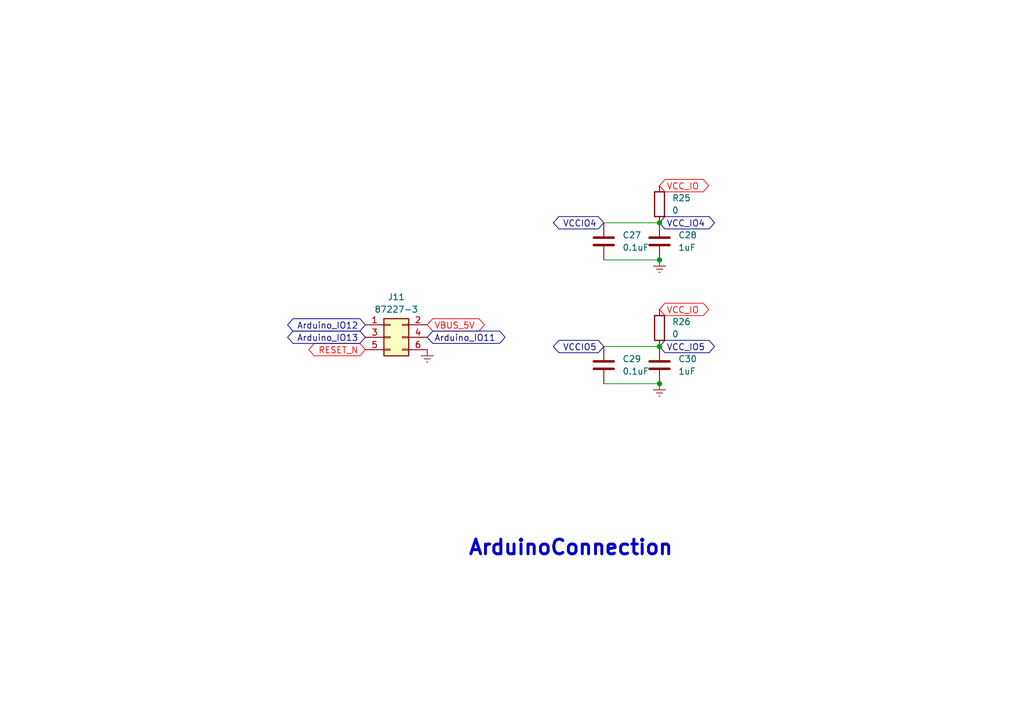
<source format=kicad_sch>
(kicad_sch
	(version 20231120)
	(generator "eeschema")
	(generator_version "8.0")
	(uuid "fe53d47f-887a-450d-8f50-60122797b6e2")
	(paper "A5")
	(lib_symbols
		(symbol "Connector_Generic:Conn_02x03_Odd_Even"
			(pin_names
				(offset 1.016) hide)
			(exclude_from_sim no)
			(in_bom yes)
			(on_board yes)
			(property "Reference" "J"
				(at 1.27 5.08 0)
				(effects
					(font
						(size 1.27 1.27)
					)
				)
			)
			(property "Value" "Conn_02x03_Odd_Even"
				(at 1.27 -5.08 0)
				(effects
					(font
						(size 1.27 1.27)
					)
				)
			)
			(property "Footprint" ""
				(at 0 0 0)
				(effects
					(font
						(size 1.27 1.27)
					)
					(hide yes)
				)
			)
			(property "Datasheet" "~"
				(at 0 0 0)
				(effects
					(font
						(size 1.27 1.27)
					)
					(hide yes)
				)
			)
			(property "Description" "Generic connector, double row, 02x03, odd/even pin numbering scheme (row 1 odd numbers, row 2 even numbers), script generated (kicad-library-utils/schlib/autogen/connector/)"
				(at 0 0 0)
				(effects
					(font
						(size 1.27 1.27)
					)
					(hide yes)
				)
			)
			(property "ki_keywords" "connector"
				(at 0 0 0)
				(effects
					(font
						(size 1.27 1.27)
					)
					(hide yes)
				)
			)
			(property "ki_fp_filters" "Connector*:*_2x??_*"
				(at 0 0 0)
				(effects
					(font
						(size 1.27 1.27)
					)
					(hide yes)
				)
			)
			(symbol "Conn_02x03_Odd_Even_1_1"
				(rectangle
					(start -1.27 -2.413)
					(end 0 -2.667)
					(stroke
						(width 0.1524)
						(type default)
					)
					(fill
						(type none)
					)
				)
				(rectangle
					(start -1.27 0.127)
					(end 0 -0.127)
					(stroke
						(width 0.1524)
						(type default)
					)
					(fill
						(type none)
					)
				)
				(rectangle
					(start -1.27 2.667)
					(end 0 2.413)
					(stroke
						(width 0.1524)
						(type default)
					)
					(fill
						(type none)
					)
				)
				(rectangle
					(start -1.27 3.81)
					(end 3.81 -3.81)
					(stroke
						(width 0.254)
						(type default)
					)
					(fill
						(type background)
					)
				)
				(rectangle
					(start 3.81 -2.413)
					(end 2.54 -2.667)
					(stroke
						(width 0.1524)
						(type default)
					)
					(fill
						(type none)
					)
				)
				(rectangle
					(start 3.81 0.127)
					(end 2.54 -0.127)
					(stroke
						(width 0.1524)
						(type default)
					)
					(fill
						(type none)
					)
				)
				(rectangle
					(start 3.81 2.667)
					(end 2.54 2.413)
					(stroke
						(width 0.1524)
						(type default)
					)
					(fill
						(type none)
					)
				)
				(pin passive line
					(at -5.08 2.54 0)
					(length 3.81)
					(name "Pin_1"
						(effects
							(font
								(size 1.27 1.27)
							)
						)
					)
					(number "1"
						(effects
							(font
								(size 1.27 1.27)
							)
						)
					)
				)
				(pin passive line
					(at 7.62 2.54 180)
					(length 3.81)
					(name "Pin_2"
						(effects
							(font
								(size 1.27 1.27)
							)
						)
					)
					(number "2"
						(effects
							(font
								(size 1.27 1.27)
							)
						)
					)
				)
				(pin passive line
					(at -5.08 0 0)
					(length 3.81)
					(name "Pin_3"
						(effects
							(font
								(size 1.27 1.27)
							)
						)
					)
					(number "3"
						(effects
							(font
								(size 1.27 1.27)
							)
						)
					)
				)
				(pin passive line
					(at 7.62 0 180)
					(length 3.81)
					(name "Pin_4"
						(effects
							(font
								(size 1.27 1.27)
							)
						)
					)
					(number "4"
						(effects
							(font
								(size 1.27 1.27)
							)
						)
					)
				)
				(pin passive line
					(at -5.08 -2.54 0)
					(length 3.81)
					(name "Pin_5"
						(effects
							(font
								(size 1.27 1.27)
							)
						)
					)
					(number "5"
						(effects
							(font
								(size 1.27 1.27)
							)
						)
					)
				)
				(pin passive line
					(at 7.62 -2.54 180)
					(length 3.81)
					(name "Pin_6"
						(effects
							(font
								(size 1.27 1.27)
							)
						)
					)
					(number "6"
						(effects
							(font
								(size 1.27 1.27)
							)
						)
					)
				)
			)
		)
		(symbol "Device:C"
			(pin_numbers hide)
			(pin_names
				(offset 0.254)
			)
			(exclude_from_sim no)
			(in_bom yes)
			(on_board yes)
			(property "Reference" "C"
				(at 0.635 2.54 0)
				(effects
					(font
						(size 1.27 1.27)
					)
					(justify left)
				)
			)
			(property "Value" "C"
				(at 0.635 -2.54 0)
				(effects
					(font
						(size 1.27 1.27)
					)
					(justify left)
				)
			)
			(property "Footprint" ""
				(at 0.9652 -3.81 0)
				(effects
					(font
						(size 1.27 1.27)
					)
					(hide yes)
				)
			)
			(property "Datasheet" "~"
				(at 0 0 0)
				(effects
					(font
						(size 1.27 1.27)
					)
					(hide yes)
				)
			)
			(property "Description" "Unpolarized capacitor"
				(at 0 0 0)
				(effects
					(font
						(size 1.27 1.27)
					)
					(hide yes)
				)
			)
			(property "ki_keywords" "cap capacitor"
				(at 0 0 0)
				(effects
					(font
						(size 1.27 1.27)
					)
					(hide yes)
				)
			)
			(property "ki_fp_filters" "C_*"
				(at 0 0 0)
				(effects
					(font
						(size 1.27 1.27)
					)
					(hide yes)
				)
			)
			(symbol "C_0_1"
				(polyline
					(pts
						(xy -2.032 -0.762) (xy 2.032 -0.762)
					)
					(stroke
						(width 0.508)
						(type default)
					)
					(fill
						(type none)
					)
				)
				(polyline
					(pts
						(xy -2.032 0.762) (xy 2.032 0.762)
					)
					(stroke
						(width 0.508)
						(type default)
					)
					(fill
						(type none)
					)
				)
			)
			(symbol "C_1_1"
				(pin passive line
					(at 0 3.81 270)
					(length 2.794)
					(name "~"
						(effects
							(font
								(size 1.27 1.27)
							)
						)
					)
					(number "1"
						(effects
							(font
								(size 1.27 1.27)
							)
						)
					)
				)
				(pin passive line
					(at 0 -3.81 90)
					(length 2.794)
					(name "~"
						(effects
							(font
								(size 1.27 1.27)
							)
						)
					)
					(number "2"
						(effects
							(font
								(size 1.27 1.27)
							)
						)
					)
				)
			)
		)
		(symbol "Device:R"
			(pin_numbers hide)
			(pin_names
				(offset 0)
			)
			(exclude_from_sim no)
			(in_bom yes)
			(on_board yes)
			(property "Reference" "R"
				(at 2.032 0 90)
				(effects
					(font
						(size 1.27 1.27)
					)
				)
			)
			(property "Value" "R"
				(at 0 0 90)
				(effects
					(font
						(size 1.27 1.27)
					)
				)
			)
			(property "Footprint" ""
				(at -1.778 0 90)
				(effects
					(font
						(size 1.27 1.27)
					)
					(hide yes)
				)
			)
			(property "Datasheet" "~"
				(at 0 0 0)
				(effects
					(font
						(size 1.27 1.27)
					)
					(hide yes)
				)
			)
			(property "Description" "Resistor"
				(at 0 0 0)
				(effects
					(font
						(size 1.27 1.27)
					)
					(hide yes)
				)
			)
			(property "ki_keywords" "R res resistor"
				(at 0 0 0)
				(effects
					(font
						(size 1.27 1.27)
					)
					(hide yes)
				)
			)
			(property "ki_fp_filters" "R_*"
				(at 0 0 0)
				(effects
					(font
						(size 1.27 1.27)
					)
					(hide yes)
				)
			)
			(symbol "R_0_1"
				(rectangle
					(start -1.016 -2.54)
					(end 1.016 2.54)
					(stroke
						(width 0.254)
						(type default)
					)
					(fill
						(type none)
					)
				)
			)
			(symbol "R_1_1"
				(pin passive line
					(at 0 3.81 270)
					(length 1.27)
					(name "~"
						(effects
							(font
								(size 1.27 1.27)
							)
						)
					)
					(number "1"
						(effects
							(font
								(size 1.27 1.27)
							)
						)
					)
				)
				(pin passive line
					(at 0 -3.81 90)
					(length 1.27)
					(name "~"
						(effects
							(font
								(size 1.27 1.27)
							)
						)
					)
					(number "2"
						(effects
							(font
								(size 1.27 1.27)
							)
						)
					)
				)
			)
		)
		(symbol "power:Earth"
			(power)
			(pin_names
				(offset 0)
			)
			(exclude_from_sim no)
			(in_bom yes)
			(on_board yes)
			(property "Reference" "#PWR"
				(at 0 -6.35 0)
				(effects
					(font
						(size 1.27 1.27)
					)
					(hide yes)
				)
			)
			(property "Value" "Earth"
				(at 0 -3.81 0)
				(effects
					(font
						(size 1.27 1.27)
					)
					(hide yes)
				)
			)
			(property "Footprint" ""
				(at 0 0 0)
				(effects
					(font
						(size 1.27 1.27)
					)
					(hide yes)
				)
			)
			(property "Datasheet" "~"
				(at 0 0 0)
				(effects
					(font
						(size 1.27 1.27)
					)
					(hide yes)
				)
			)
			(property "Description" "Power symbol creates a global label with name \"Earth\""
				(at 0 0 0)
				(effects
					(font
						(size 1.27 1.27)
					)
					(hide yes)
				)
			)
			(property "ki_keywords" "global ground gnd"
				(at 0 0 0)
				(effects
					(font
						(size 1.27 1.27)
					)
					(hide yes)
				)
			)
			(symbol "Earth_0_1"
				(polyline
					(pts
						(xy -0.635 -1.905) (xy 0.635 -1.905)
					)
					(stroke
						(width 0)
						(type default)
					)
					(fill
						(type none)
					)
				)
				(polyline
					(pts
						(xy -0.127 -2.54) (xy 0.127 -2.54)
					)
					(stroke
						(width 0)
						(type default)
					)
					(fill
						(type none)
					)
				)
				(polyline
					(pts
						(xy 0 -1.27) (xy 0 0)
					)
					(stroke
						(width 0)
						(type default)
					)
					(fill
						(type none)
					)
				)
				(polyline
					(pts
						(xy 1.27 -1.27) (xy -1.27 -1.27)
					)
					(stroke
						(width 0)
						(type default)
					)
					(fill
						(type none)
					)
				)
			)
			(symbol "Earth_1_1"
				(pin power_in line
					(at 0 0 270)
					(length 0) hide
					(name "Earth"
						(effects
							(font
								(size 1.27 1.27)
							)
						)
					)
					(number "1"
						(effects
							(font
								(size 1.27 1.27)
							)
						)
					)
				)
			)
		)
	)
	(junction
		(at 135.255 71.12)
		(diameter 0)
		(color 0 0 0 0)
		(uuid "42992b04-91e9-42a5-9564-01b0b4554400")
	)
	(junction
		(at 135.255 53.34)
		(diameter 0)
		(color 0 0 0 0)
		(uuid "5f64e0af-6f20-4678-bd52-1f951a3a8a7c")
	)
	(junction
		(at 135.255 45.72)
		(diameter 0)
		(color 0 0 0 0)
		(uuid "d3c41faa-a09a-44e7-818d-17f8680b4303")
	)
	(junction
		(at 135.255 78.74)
		(diameter 0)
		(color 0 0 0 0)
		(uuid "fe4981c9-65eb-4ab1-8455-41621fcec2cc")
	)
	(wire
		(pts
			(xy 135.255 53.34) (xy 123.825 53.34)
		)
		(stroke
			(width 0)
			(type default)
		)
		(uuid "30319713-9d8d-47fd-8f76-bd634dc4699f")
	)
	(wire
		(pts
			(xy 135.255 78.74) (xy 123.825 78.74)
		)
		(stroke
			(width 0)
			(type default)
		)
		(uuid "38e1ce05-e838-4f61-a23e-4e81aa8ee9ce")
	)
	(wire
		(pts
			(xy 135.255 45.72) (xy 123.825 45.72)
		)
		(stroke
			(width 0)
			(type default)
		)
		(uuid "526d2daf-8cb2-44a3-9402-adf81cfd5abe")
	)
	(wire
		(pts
			(xy 135.255 71.12) (xy 123.825 71.12)
		)
		(stroke
			(width 0)
			(type default)
		)
		(uuid "d49dda26-c49c-4759-b80f-5fa5729e7aab")
	)
	(text "ArduinoConnection"
		(exclude_from_sim no)
		(at 95.885 114.3 0)
		(effects
			(font
				(size 3 3)
				(thickness 0.6)
				(bold yes)
			)
			(justify left bottom)
		)
		(uuid "517287c2-2202-48f0-aca5-c465bbe6a82a")
	)
	(global_label "VCC_IO4"
		(shape bidirectional)
		(at 135.255 45.72 0)
		(fields_autoplaced yes)
		(effects
			(font
				(size 1.27 1.27)
				(color 0 0 132 1)
			)
			(justify left)
		)
		(uuid "07432ab6-8cfc-4916-82b1-ad31d340402b")
		(property "Intersheetrefs" "${INTERSHEET_REFS}"
			(at 147.0131 45.72 0)
			(effects
				(font
					(size 1.27 1.27)
				)
				(justify left)
				(hide yes)
			)
		)
	)
	(global_label "VCC_IO"
		(shape bidirectional)
		(at 135.255 63.5 0)
		(fields_autoplaced yes)
		(effects
			(font
				(size 1.27 1.27)
				(color 255 0 0 1)
			)
			(justify left)
		)
		(uuid "0950d6fa-42cc-43d1-b107-495d79260907")
		(property "Intersheetrefs" "${INTERSHEET_REFS}"
			(at 145.8036 63.5 0)
			(effects
				(font
					(size 1.27 1.27)
				)
				(justify left)
				(hide yes)
			)
		)
	)
	(global_label "Arduino_IO12"
		(shape bidirectional)
		(at 74.93 66.675 180)
		(fields_autoplaced yes)
		(effects
			(font
				(size 1.27 1.27)
				(color 0 0 132 1)
			)
			(justify right)
		)
		(uuid "430ad7ce-e53b-481a-ba52-cf44d43163d2")
		(property "Intersheetrefs" "${INTERSHEET_REFS}"
			(at 58.5154 66.675 0)
			(effects
				(font
					(size 1.27 1.27)
				)
				(justify right)
				(hide yes)
			)
		)
	)
	(global_label "VCC_IO5"
		(shape bidirectional)
		(at 135.255 71.12 0)
		(fields_autoplaced yes)
		(effects
			(font
				(size 1.27 1.27)
				(color 0 0 132 1)
			)
			(justify left)
		)
		(uuid "458cbbaa-b708-475d-bb84-0c240fef2b10")
		(property "Intersheetrefs" "${INTERSHEET_REFS}"
			(at 147.0131 71.12 0)
			(effects
				(font
					(size 1.27 1.27)
				)
				(justify left)
				(hide yes)
			)
		)
	)
	(global_label "Arduino_IO13"
		(shape bidirectional)
		(at 74.93 69.215 180)
		(fields_autoplaced yes)
		(effects
			(font
				(size 1.27 1.27)
				(color 0 0 132 1)
			)
			(justify right)
		)
		(uuid "4eca93f9-8035-4366-918c-36f397de81cb")
		(property "Intersheetrefs" "${INTERSHEET_REFS}"
			(at 58.5154 69.215 0)
			(effects
				(font
					(size 1.27 1.27)
				)
				(justify right)
				(hide yes)
			)
		)
	)
	(global_label "VCCIO4"
		(shape bidirectional)
		(at 123.825 45.72 180)
		(fields_autoplaced yes)
		(effects
			(font
				(size 1.27 1.27)
				(color 0 0 132 1)
			)
			(justify right)
		)
		(uuid "643e4b2f-8d03-4d02-90cc-0ec2d582d538")
		(property "Intersheetrefs" "${INTERSHEET_REFS}"
			(at 113.0345 45.72 0)
			(effects
				(font
					(size 1.27 1.27)
				)
				(justify right)
				(hide yes)
			)
		)
	)
	(global_label "Arduino_IO11"
		(shape bidirectional)
		(at 87.63 69.215 0)
		(fields_autoplaced yes)
		(effects
			(font
				(size 1.27 1.27)
				(color 0 0 132 1)
			)
			(justify left)
		)
		(uuid "6dc2298c-9ceb-4360-8603-42d0ab678b38")
		(property "Intersheetrefs" "${INTERSHEET_REFS}"
			(at 104.0446 69.215 0)
			(effects
				(font
					(size 1.27 1.27)
				)
				(justify left)
				(hide yes)
			)
		)
	)
	(global_label "VCCIO5"
		(shape bidirectional)
		(at 123.825 71.12 180)
		(fields_autoplaced yes)
		(effects
			(font
				(size 1.27 1.27)
				(color 0 0 132 1)
			)
			(justify right)
		)
		(uuid "ab72a04c-78ef-499c-85eb-9f381196cd47")
		(property "Intersheetrefs" "${INTERSHEET_REFS}"
			(at 113.0345 71.12 0)
			(effects
				(font
					(size 1.27 1.27)
				)
				(justify right)
				(hide yes)
			)
		)
	)
	(global_label "VCC_IO"
		(shape bidirectional)
		(at 135.255 38.1 0)
		(fields_autoplaced yes)
		(effects
			(font
				(size 1.27 1.27)
				(color 255 0 0 1)
			)
			(justify left)
		)
		(uuid "ad66369e-9626-4cc4-b193-caf1cea18836")
		(property "Intersheetrefs" "${INTERSHEET_REFS}"
			(at 145.8036 38.1 0)
			(effects
				(font
					(size 1.27 1.27)
				)
				(justify left)
				(hide yes)
			)
		)
	)
	(global_label "VBUS_5V"
		(shape bidirectional)
		(at 87.63 66.675 0)
		(fields_autoplaced yes)
		(effects
			(font
				(size 1.27 1.27)
				(color 255 0 0 1)
			)
			(justify left)
		)
		(uuid "bbbdcb87-033a-4d9c-8241-768452c96083")
		(property "Intersheetrefs" "${INTERSHEET_REFS}"
			(at 99.8114 66.675 0)
			(effects
				(font
					(size 1.27 1.27)
				)
				(justify left)
				(hide yes)
			)
		)
	)
	(global_label "RESET_N"
		(shape bidirectional)
		(at 74.93 71.755 180)
		(fields_autoplaced yes)
		(effects
			(font
				(size 1.27 1.27)
				(color 255 0 0 1)
			)
			(justify right)
		)
		(uuid "c802bbba-96e3-4212-b5d3-2e2a5c66c59b")
		(property "Intersheetrefs" "${INTERSHEET_REFS}"
			(at 62.8697 71.755 0)
			(effects
				(font
					(size 1.27 1.27)
				)
				(justify right)
				(hide yes)
			)
		)
	)
	(symbol
		(lib_id "power:Earth")
		(at 87.63 71.755 0)
		(unit 1)
		(exclude_from_sim no)
		(in_bom yes)
		(on_board yes)
		(dnp no)
		(fields_autoplaced yes)
		(uuid "22dc2783-5921-493a-9b66-8c5e249b7495")
		(property "Reference" "#PWR073"
			(at 87.63 78.105 0)
			(effects
				(font
					(size 1.27 1.27)
				)
				(hide yes)
			)
		)
		(property "Value" "Earth"
			(at 87.63 75.565 0)
			(effects
				(font
					(size 1.27 1.27)
				)
				(hide yes)
			)
		)
		(property "Footprint" ""
			(at 87.63 71.755 0)
			(effects
				(font
					(size 1.27 1.27)
				)
				(hide yes)
			)
		)
		(property "Datasheet" "~"
			(at 87.63 71.755 0)
			(effects
				(font
					(size 1.27 1.27)
				)
				(hide yes)
			)
		)
		(property "Description" ""
			(at 87.63 71.755 0)
			(effects
				(font
					(size 1.27 1.27)
				)
				(hide yes)
			)
		)
		(pin "1"
			(uuid "4e98efcb-f915-4497-8cbe-2790ac8f8000")
		)
		(instances
			(project "MAX10eval"
				(path "/11f66bd9-9166-4f11-817d-b16a9eff6262/82b1a4ac-0d16-46d1-803d-96fe7ee3772a"
					(reference "#PWR073")
					(unit 1)
				)
			)
		)
	)
	(symbol
		(lib_id "Device:R")
		(at 135.255 41.91 0)
		(unit 1)
		(exclude_from_sim no)
		(in_bom yes)
		(on_board yes)
		(dnp no)
		(fields_autoplaced yes)
		(uuid "25feba98-b427-4443-97a2-260a56a3da3d")
		(property "Reference" "R25"
			(at 137.795 40.64 0)
			(effects
				(font
					(size 1.27 1.27)
				)
				(justify left)
			)
		)
		(property "Value" "0"
			(at 137.795 43.18 0)
			(effects
				(font
					(size 1.27 1.27)
				)
				(justify left)
			)
		)
		(property "Footprint" "Resistor_SMD:R_0201_0603Metric"
			(at 133.477 41.91 90)
			(effects
				(font
					(size 1.27 1.27)
				)
				(hide yes)
			)
		)
		(property "Datasheet" "~"
			(at 135.255 41.91 0)
			(effects
				(font
					(size 1.27 1.27)
				)
				(hide yes)
			)
		)
		(property "Description" ""
			(at 135.255 41.91 0)
			(effects
				(font
					(size 1.27 1.27)
				)
				(hide yes)
			)
		)
		(pin "1"
			(uuid "bcb79746-ae74-47ab-9985-79973656ebf5")
		)
		(pin "2"
			(uuid "199c41c7-99ff-4e4b-9aa8-a8ec8baf7ba0")
		)
		(instances
			(project "MAX10eval"
				(path "/11f66bd9-9166-4f11-817d-b16a9eff6262/82b1a4ac-0d16-46d1-803d-96fe7ee3772a"
					(reference "R25")
					(unit 1)
				)
			)
		)
	)
	(symbol
		(lib_id "Device:C")
		(at 123.825 49.53 0)
		(unit 1)
		(exclude_from_sim no)
		(in_bom yes)
		(on_board yes)
		(dnp no)
		(fields_autoplaced yes)
		(uuid "348124a7-a89a-4be8-a844-6e9fcf50794b")
		(property "Reference" "C27"
			(at 127.635 48.26 0)
			(effects
				(font
					(size 1.27 1.27)
				)
				(justify left)
			)
		)
		(property "Value" "0.1uF"
			(at 127.635 50.8 0)
			(effects
				(font
					(size 1.27 1.27)
				)
				(justify left)
			)
		)
		(property "Footprint" "Capacitor_SMD:C_0201_0603Metric"
			(at 124.7902 53.34 0)
			(effects
				(font
					(size 1.27 1.27)
				)
				(hide yes)
			)
		)
		(property "Datasheet" "~"
			(at 123.825 49.53 0)
			(effects
				(font
					(size 1.27 1.27)
				)
				(hide yes)
			)
		)
		(property "Description" ""
			(at 123.825 49.53 0)
			(effects
				(font
					(size 1.27 1.27)
				)
				(hide yes)
			)
		)
		(pin "1"
			(uuid "8abd2c42-6dee-4e09-9aca-80b1895ab662")
		)
		(pin "2"
			(uuid "7075f6aa-b383-415e-a817-28194638c613")
		)
		(instances
			(project "MAX10eval"
				(path "/11f66bd9-9166-4f11-817d-b16a9eff6262/82b1a4ac-0d16-46d1-803d-96fe7ee3772a"
					(reference "C27")
					(unit 1)
				)
			)
		)
	)
	(symbol
		(lib_id "Device:C")
		(at 135.255 74.93 0)
		(unit 1)
		(exclude_from_sim no)
		(in_bom yes)
		(on_board yes)
		(dnp no)
		(fields_autoplaced yes)
		(uuid "51239768-629e-4d60-b1aa-b212049530fa")
		(property "Reference" "C30"
			(at 139.065 73.66 0)
			(effects
				(font
					(size 1.27 1.27)
				)
				(justify left)
			)
		)
		(property "Value" "1uF"
			(at 139.065 76.2 0)
			(effects
				(font
					(size 1.27 1.27)
				)
				(justify left)
			)
		)
		(property "Footprint" "Capacitor_SMD:C_0201_0603Metric"
			(at 136.2202 78.74 0)
			(effects
				(font
					(size 1.27 1.27)
				)
				(hide yes)
			)
		)
		(property "Datasheet" "~"
			(at 135.255 74.93 0)
			(effects
				(font
					(size 1.27 1.27)
				)
				(hide yes)
			)
		)
		(property "Description" ""
			(at 135.255 74.93 0)
			(effects
				(font
					(size 1.27 1.27)
				)
				(hide yes)
			)
		)
		(pin "1"
			(uuid "df87bd31-a399-49cc-b038-edb4b4f8a4ea")
		)
		(pin "2"
			(uuid "a11b44c7-b5e7-4006-ae8b-28903f61985a")
		)
		(instances
			(project "MAX10eval"
				(path "/11f66bd9-9166-4f11-817d-b16a9eff6262/82b1a4ac-0d16-46d1-803d-96fe7ee3772a"
					(reference "C30")
					(unit 1)
				)
			)
		)
	)
	(symbol
		(lib_id "Device:C")
		(at 123.825 74.93 0)
		(unit 1)
		(exclude_from_sim no)
		(in_bom yes)
		(on_board yes)
		(dnp no)
		(fields_autoplaced yes)
		(uuid "66af90eb-4f21-4e1d-b0e1-a338ac3bff02")
		(property "Reference" "C29"
			(at 127.635 73.66 0)
			(effects
				(font
					(size 1.27 1.27)
				)
				(justify left)
			)
		)
		(property "Value" "0.1uF"
			(at 127.635 76.2 0)
			(effects
				(font
					(size 1.27 1.27)
				)
				(justify left)
			)
		)
		(property "Footprint" "Capacitor_SMD:C_0201_0603Metric"
			(at 124.7902 78.74 0)
			(effects
				(font
					(size 1.27 1.27)
				)
				(hide yes)
			)
		)
		(property "Datasheet" "~"
			(at 123.825 74.93 0)
			(effects
				(font
					(size 1.27 1.27)
				)
				(hide yes)
			)
		)
		(property "Description" ""
			(at 123.825 74.93 0)
			(effects
				(font
					(size 1.27 1.27)
				)
				(hide yes)
			)
		)
		(pin "1"
			(uuid "a3a5868b-e52f-41d7-84b7-9f0f8f5c4691")
		)
		(pin "2"
			(uuid "540147e1-c43f-4a96-8793-ed9bd61c86f0")
		)
		(instances
			(project "MAX10eval"
				(path "/11f66bd9-9166-4f11-817d-b16a9eff6262/82b1a4ac-0d16-46d1-803d-96fe7ee3772a"
					(reference "C29")
					(unit 1)
				)
			)
		)
	)
	(symbol
		(lib_id "Device:R")
		(at 135.255 67.31 0)
		(unit 1)
		(exclude_from_sim no)
		(in_bom yes)
		(on_board yes)
		(dnp no)
		(fields_autoplaced yes)
		(uuid "68e0db54-cf7b-4a3c-8edf-121893f7652d")
		(property "Reference" "R26"
			(at 137.795 66.04 0)
			(effects
				(font
					(size 1.27 1.27)
				)
				(justify left)
			)
		)
		(property "Value" "0"
			(at 137.795 68.58 0)
			(effects
				(font
					(size 1.27 1.27)
				)
				(justify left)
			)
		)
		(property "Footprint" "Resistor_SMD:R_0201_0603Metric"
			(at 133.477 67.31 90)
			(effects
				(font
					(size 1.27 1.27)
				)
				(hide yes)
			)
		)
		(property "Datasheet" "~"
			(at 135.255 67.31 0)
			(effects
				(font
					(size 1.27 1.27)
				)
				(hide yes)
			)
		)
		(property "Description" ""
			(at 135.255 67.31 0)
			(effects
				(font
					(size 1.27 1.27)
				)
				(hide yes)
			)
		)
		(pin "1"
			(uuid "53f0d323-978a-4a74-8440-48b9223a6252")
		)
		(pin "2"
			(uuid "28cb0ba0-1121-4c3f-ba3e-ec8a58175d24")
		)
		(instances
			(project "MAX10eval"
				(path "/11f66bd9-9166-4f11-817d-b16a9eff6262/82b1a4ac-0d16-46d1-803d-96fe7ee3772a"
					(reference "R26")
					(unit 1)
				)
			)
		)
	)
	(symbol
		(lib_id "Device:C")
		(at 135.255 49.53 0)
		(unit 1)
		(exclude_from_sim no)
		(in_bom yes)
		(on_board yes)
		(dnp no)
		(fields_autoplaced yes)
		(uuid "8850ba94-5903-450c-a756-c7dfe0b8ccfa")
		(property "Reference" "C28"
			(at 139.065 48.26 0)
			(effects
				(font
					(size 1.27 1.27)
				)
				(justify left)
			)
		)
		(property "Value" "1uF"
			(at 139.065 50.8 0)
			(effects
				(font
					(size 1.27 1.27)
				)
				(justify left)
			)
		)
		(property "Footprint" "Capacitor_SMD:C_0201_0603Metric"
			(at 136.2202 53.34 0)
			(effects
				(font
					(size 1.27 1.27)
				)
				(hide yes)
			)
		)
		(property "Datasheet" "~"
			(at 135.255 49.53 0)
			(effects
				(font
					(size 1.27 1.27)
				)
				(hide yes)
			)
		)
		(property "Description" ""
			(at 135.255 49.53 0)
			(effects
				(font
					(size 1.27 1.27)
				)
				(hide yes)
			)
		)
		(pin "1"
			(uuid "18166ee8-07fe-4f32-aba6-1fc8b12f14f8")
		)
		(pin "2"
			(uuid "4b4ac1fe-dbc4-4b29-b667-277b5fc324f9")
		)
		(instances
			(project "MAX10eval"
				(path "/11f66bd9-9166-4f11-817d-b16a9eff6262/82b1a4ac-0d16-46d1-803d-96fe7ee3772a"
					(reference "C28")
					(unit 1)
				)
			)
		)
	)
	(symbol
		(lib_id "Connector_Generic:Conn_02x03_Odd_Even")
		(at 80.01 69.215 0)
		(unit 1)
		(exclude_from_sim no)
		(in_bom yes)
		(on_board yes)
		(dnp no)
		(fields_autoplaced yes)
		(uuid "97c23fea-1331-4c55-aebd-83643fa3efb7")
		(property "Reference" "J11"
			(at 81.28 60.96 0)
			(effects
				(font
					(size 1.27 1.27)
				)
			)
		)
		(property "Value" "87227-3"
			(at 81.28 63.5 0)
			(effects
				(font
					(size 1.27 1.27)
				)
			)
		)
		(property "Footprint" "Connector_PinHeader_2.54mm:PinHeader_2x03_P2.54mm_Vertical"
			(at 80.01 69.215 0)
			(effects
				(font
					(size 1.27 1.27)
				)
				(hide yes)
			)
		)
		(property "Datasheet" "~"
			(at 80.01 69.215 0)
			(effects
				(font
					(size 1.27 1.27)
				)
				(hide yes)
			)
		)
		(property "Description" ""
			(at 80.01 69.215 0)
			(effects
				(font
					(size 1.27 1.27)
				)
				(hide yes)
			)
		)
		(pin "1"
			(uuid "b4e49143-b77c-4764-a829-8c4f27ba8c5d")
		)
		(pin "2"
			(uuid "c40ed9c7-c7a8-4aec-bd3d-5922c80ab7d6")
		)
		(pin "3"
			(uuid "87104c52-2a1a-455f-b3e8-3de535025231")
		)
		(pin "4"
			(uuid "96e7401b-a682-45ad-a76d-da68e2e27239")
		)
		(pin "5"
			(uuid "2d7636ef-4824-4c45-9a70-2177e4d8c5a9")
		)
		(pin "6"
			(uuid "bb67ab6c-e9ed-4430-b68f-bf81bee333c7")
		)
		(instances
			(project "MAX10eval"
				(path "/11f66bd9-9166-4f11-817d-b16a9eff6262/82b1a4ac-0d16-46d1-803d-96fe7ee3772a"
					(reference "J11")
					(unit 1)
				)
			)
		)
	)
	(symbol
		(lib_id "power:Earth")
		(at 135.255 78.74 0)
		(unit 1)
		(exclude_from_sim no)
		(in_bom yes)
		(on_board yes)
		(dnp no)
		(fields_autoplaced yes)
		(uuid "e3f273f1-a007-4e91-bce8-0cdf2fbd16d1")
		(property "Reference" "#PWR075"
			(at 135.255 85.09 0)
			(effects
				(font
					(size 1.27 1.27)
				)
				(hide yes)
			)
		)
		(property "Value" "Earth"
			(at 135.255 82.55 0)
			(effects
				(font
					(size 1.27 1.27)
				)
				(hide yes)
			)
		)
		(property "Footprint" ""
			(at 135.255 78.74 0)
			(effects
				(font
					(size 1.27 1.27)
				)
				(hide yes)
			)
		)
		(property "Datasheet" "~"
			(at 135.255 78.74 0)
			(effects
				(font
					(size 1.27 1.27)
				)
				(hide yes)
			)
		)
		(property "Description" ""
			(at 135.255 78.74 0)
			(effects
				(font
					(size 1.27 1.27)
				)
				(hide yes)
			)
		)
		(pin "1"
			(uuid "f6d4b604-ac00-452c-8255-a31717fc37bd")
		)
		(instances
			(project "MAX10eval"
				(path "/11f66bd9-9166-4f11-817d-b16a9eff6262/82b1a4ac-0d16-46d1-803d-96fe7ee3772a"
					(reference "#PWR075")
					(unit 1)
				)
			)
		)
	)
	(symbol
		(lib_id "power:Earth")
		(at 135.255 53.34 0)
		(unit 1)
		(exclude_from_sim no)
		(in_bom yes)
		(on_board yes)
		(dnp no)
		(fields_autoplaced yes)
		(uuid "fd92d1ca-f43c-4389-9afc-95a0236c2356")
		(property "Reference" "#PWR074"
			(at 135.255 59.69 0)
			(effects
				(font
					(size 1.27 1.27)
				)
				(hide yes)
			)
		)
		(property "Value" "Earth"
			(at 135.255 57.15 0)
			(effects
				(font
					(size 1.27 1.27)
				)
				(hide yes)
			)
		)
		(property "Footprint" ""
			(at 135.255 53.34 0)
			(effects
				(font
					(size 1.27 1.27)
				)
				(hide yes)
			)
		)
		(property "Datasheet" "~"
			(at 135.255 53.34 0)
			(effects
				(font
					(size 1.27 1.27)
				)
				(hide yes)
			)
		)
		(property "Description" ""
			(at 135.255 53.34 0)
			(effects
				(font
					(size 1.27 1.27)
				)
				(hide yes)
			)
		)
		(pin "1"
			(uuid "19df1b93-8616-4d11-90a1-03513d454745")
		)
		(instances
			(project "MAX10eval"
				(path "/11f66bd9-9166-4f11-817d-b16a9eff6262/82b1a4ac-0d16-46d1-803d-96fe7ee3772a"
					(reference "#PWR074")
					(unit 1)
				)
			)
		)
	)
)
</source>
